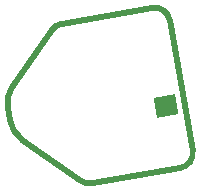
<source format=gbr>
*
G4_C Author: OrCAD GerbTool(tm) 8.1.1 Thu Jun 19 00:37:16 2003*
%LPD*%
%LNstifftop*%
%FSLAX34Y34*%
%MOIN*%
%AD*%
%AMD26R100*
20,1,0.027000,0.000000,-0.036000,0.000000,0.036000,100.000000*
%
%ADD10C,0.010000*%
%ADD11C,0.020000*%
%ADD12D26R100*%
%ADD26R,0.027000X0.072000*%
G4_C OrCAD GerbTool Tool List *
G54D11*
G1X94044Y31101D2*
G75*
G3X93464Y31506I-492J-87D1*
G74*
G1X90443Y30974D1*
G75*
G3X90121Y30769I87J-492D1*
G74*
G1X91105Y25735D2*
G75*
G3X91478Y25653I287J410D1*
G74*
G1X94406Y26169D1*
G1X94811Y26748D2*
G1X94044Y31101D1*
G1X94406Y26169D2*
G75*
G3X94811Y26748I-87J492D1*
G74*
G1X91105Y25735D2*
G1X89132Y27116D1*
G75*
G2X88721Y27762I574J819D1*
G74*
G1X88651Y28159D1*
G1X88816Y28906D2*
G1X90121Y30769D1*
G1X88651Y28159D2*
G75*
G2X88816Y28906I985J174D1*
G74*
G54D12*
G1X93893Y28433D3*
G1X93927Y28236D3*
G1X93962Y28041D3*
M2*

</source>
